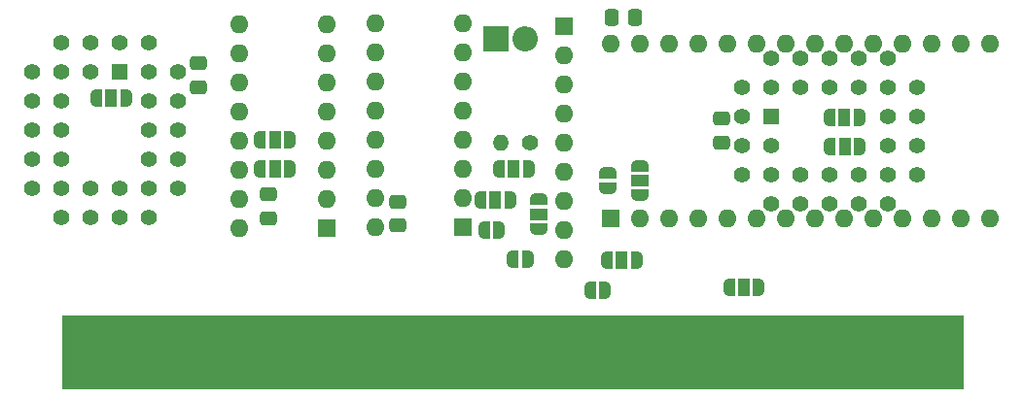
<source format=gbr>
%TF.GenerationSoftware,KiCad,Pcbnew,7.0.6*%
%TF.CreationDate,2023-08-28T12:52:08+01:00*%
%TF.ProjectId,FamiCartFlex,46616d69-4361-4727-9446-6c65782e6b69,rev?*%
%TF.SameCoordinates,Original*%
%TF.FileFunction,Soldermask,Bot*%
%TF.FilePolarity,Negative*%
%FSLAX46Y46*%
G04 Gerber Fmt 4.6, Leading zero omitted, Abs format (unit mm)*
G04 Created by KiCad (PCBNEW 7.0.6) date 2023-08-28 12:52:08*
%MOMM*%
%LPD*%
G01*
G04 APERTURE LIST*
G04 Aperture macros list*
%AMRoundRect*
0 Rectangle with rounded corners*
0 $1 Rounding radius*
0 $2 $3 $4 $5 $6 $7 $8 $9 X,Y pos of 4 corners*
0 Add a 4 corners polygon primitive as box body*
4,1,4,$2,$3,$4,$5,$6,$7,$8,$9,$2,$3,0*
0 Add four circle primitives for the rounded corners*
1,1,$1+$1,$2,$3*
1,1,$1+$1,$4,$5*
1,1,$1+$1,$6,$7*
1,1,$1+$1,$8,$9*
0 Add four rect primitives between the rounded corners*
20,1,$1+$1,$2,$3,$4,$5,0*
20,1,$1+$1,$4,$5,$6,$7,0*
20,1,$1+$1,$6,$7,$8,$9,0*
20,1,$1+$1,$8,$9,$2,$3,0*%
%AMFreePoly0*
4,1,19,0.500000,-0.750000,0.000000,-0.750000,0.000000,-0.744911,-0.071157,-0.744911,-0.207708,-0.704816,-0.327430,-0.627875,-0.420627,-0.520320,-0.479746,-0.390866,-0.500000,-0.250000,-0.500000,0.250000,-0.479746,0.390866,-0.420627,0.520320,-0.327430,0.627875,-0.207708,0.704816,-0.071157,0.744911,0.000000,0.744911,0.000000,0.750000,0.500000,0.750000,0.500000,-0.750000,0.500000,-0.750000,
$1*%
%AMFreePoly1*
4,1,19,0.000000,0.744911,0.071157,0.744911,0.207708,0.704816,0.327430,0.627875,0.420627,0.520320,0.479746,0.390866,0.500000,0.250000,0.500000,-0.250000,0.479746,-0.390866,0.420627,-0.520320,0.327430,-0.627875,0.207708,-0.704816,0.071157,-0.744911,0.000000,-0.744911,0.000000,-0.750000,-0.500000,-0.750000,-0.500000,0.750000,0.000000,0.750000,0.000000,0.744911,0.000000,0.744911,
$1*%
%AMFreePoly2*
4,1,19,0.550000,-0.750000,0.000000,-0.750000,0.000000,-0.744911,-0.071157,-0.744911,-0.207708,-0.704816,-0.327430,-0.627875,-0.420627,-0.520320,-0.479746,-0.390866,-0.500000,-0.250000,-0.500000,0.250000,-0.479746,0.390866,-0.420627,0.520320,-0.327430,0.627875,-0.207708,0.704816,-0.071157,0.744911,0.000000,0.744911,0.000000,0.750000,0.550000,0.750000,0.550000,-0.750000,0.550000,-0.750000,
$1*%
%AMFreePoly3*
4,1,19,0.000000,0.744911,0.071157,0.744911,0.207708,0.704816,0.327430,0.627875,0.420627,0.520320,0.479746,0.390866,0.500000,0.250000,0.500000,-0.250000,0.479746,-0.390866,0.420627,-0.520320,0.327430,-0.627875,0.207708,-0.704816,0.071157,-0.744911,0.000000,-0.744911,0.000000,-0.750000,-0.550000,-0.750000,-0.550000,0.750000,0.000000,0.750000,0.000000,0.744911,0.000000,0.744911,
$1*%
G04 Aperture macros list end*
%ADD10C,0.100000*%
%ADD11C,1.400000*%
%ADD12O,1.400000X1.400000*%
%ADD13O,2.200000X2.200000*%
%ADD14R,2.200000X2.200000*%
%ADD15R,1.600000X1.600000*%
%ADD16O,1.600000X1.600000*%
%ADD17R,1.422400X1.422400*%
%ADD18C,1.422400*%
%ADD19FreePoly0,0.000000*%
%ADD20FreePoly1,0.000000*%
%ADD21RoundRect,0.250000X0.475000X-0.337500X0.475000X0.337500X-0.475000X0.337500X-0.475000X-0.337500X0*%
%ADD22FreePoly2,180.000000*%
%ADD23R,1.000000X1.500000*%
%ADD24FreePoly3,180.000000*%
%ADD25RoundRect,0.250000X-0.337500X-0.475000X0.337500X-0.475000X0.337500X0.475000X-0.337500X0.475000X0*%
%ADD26FreePoly2,270.000000*%
%ADD27R,1.500000X1.000000*%
%ADD28FreePoly3,270.000000*%
%ADD29FreePoly2,0.000000*%
%ADD30FreePoly3,0.000000*%
%ADD31RoundRect,0.250000X-0.475000X0.337500X-0.475000X-0.337500X0.475000X-0.337500X0.475000X0.337500X0*%
%ADD32FreePoly0,90.000000*%
%ADD33FreePoly1,90.000000*%
G04 APERTURE END LIST*
D10*
%TO.C,H1*%
X35800000Y-85100000D02*
X114200000Y-85100000D01*
X114200000Y-85100000D02*
X114200000Y-91400000D01*
X114200000Y-91400000D02*
X35800000Y-91400000D01*
X35800000Y-91400000D02*
X35800000Y-85100000D01*
G36*
X35800000Y-85100000D02*
G01*
X114200000Y-85100000D01*
X114200000Y-91400000D01*
X35800000Y-91400000D01*
X35800000Y-85100000D01*
G37*
%TD*%
D11*
%TO.C,R1*%
X76490000Y-70020000D03*
D12*
X73950000Y-70020000D03*
%TD*%
D13*
%TO.C,D1*%
X76090000Y-60950000D03*
D14*
X73550000Y-60950000D03*
%TD*%
D15*
%TO.C,U4*%
X70650000Y-77400000D03*
D16*
X70650000Y-74860000D03*
X70650000Y-72320000D03*
X70650000Y-69780000D03*
X70650000Y-67240000D03*
X70650000Y-64700000D03*
X70650000Y-62160000D03*
X70650000Y-59620000D03*
X63030000Y-59620000D03*
X63030000Y-62160000D03*
X63030000Y-64700000D03*
X63030000Y-67240000D03*
X63030000Y-69780000D03*
X63030000Y-72320000D03*
X63030000Y-74860000D03*
X63030000Y-77400000D03*
%TD*%
D15*
%TO.C,U5*%
X83570000Y-76640000D03*
D16*
X86110000Y-76640000D03*
X88650000Y-76640000D03*
X91190000Y-76640000D03*
X93730000Y-76640000D03*
X96270000Y-76640000D03*
X98810000Y-76640000D03*
X101350000Y-76640000D03*
X103890000Y-76640000D03*
X106430000Y-76640000D03*
X108970000Y-76640000D03*
X111510000Y-76640000D03*
X114050000Y-76640000D03*
X116590000Y-76640000D03*
X116590000Y-61400000D03*
X114050000Y-61400000D03*
X111510000Y-61400000D03*
X108970000Y-61400000D03*
X106430000Y-61400000D03*
X103890000Y-61400000D03*
X101350000Y-61400000D03*
X98810000Y-61400000D03*
X96270000Y-61400000D03*
X93730000Y-61400000D03*
X91190000Y-61400000D03*
X88650000Y-61400000D03*
X86110000Y-61400000D03*
X83570000Y-61400000D03*
%TD*%
D17*
%TO.C,U1*%
X40820000Y-63800000D03*
D18*
X38280000Y-61260000D03*
X38280000Y-63800000D03*
X35740000Y-61260000D03*
X33200000Y-63800000D03*
X35740000Y-63800000D03*
X33200000Y-66340000D03*
X35740000Y-66340000D03*
X33200000Y-68880000D03*
X35740000Y-68880000D03*
X33200000Y-71420000D03*
X35740000Y-71420000D03*
X33200000Y-73960000D03*
X35740000Y-76500000D03*
X35740000Y-73960000D03*
X38280000Y-76500000D03*
X38280000Y-73960000D03*
X40820000Y-76500000D03*
X40820000Y-73960000D03*
X43360000Y-76500000D03*
X45900000Y-73960000D03*
X43360000Y-73960000D03*
X45900000Y-71420000D03*
X43360000Y-71420000D03*
X45900000Y-68880000D03*
X43360000Y-68880000D03*
X45900000Y-66340000D03*
X43360000Y-66340000D03*
X45900000Y-63800000D03*
X43360000Y-61260000D03*
X43360000Y-63800000D03*
X40820000Y-61260000D03*
%TD*%
D15*
%TO.C,RN1*%
X79450000Y-59850000D03*
D16*
X79450000Y-62390000D03*
X79450000Y-64930000D03*
X79450000Y-67470000D03*
X79450000Y-70010000D03*
X79450000Y-72550000D03*
X79450000Y-75090000D03*
X79450000Y-77630000D03*
X79450000Y-80170000D03*
%TD*%
D17*
%TO.C,U2*%
X97540000Y-67730000D03*
D18*
X95000000Y-70270000D03*
X97540000Y-70270000D03*
X95000000Y-72810000D03*
X97540000Y-75350000D03*
X97540000Y-72810000D03*
X100080000Y-75350000D03*
X100080000Y-72810000D03*
X102620000Y-75350000D03*
X102620000Y-72810000D03*
X105160000Y-75350000D03*
X105160000Y-72810000D03*
X107700000Y-75350000D03*
X110240000Y-72810000D03*
X107700000Y-72810000D03*
X110240000Y-70270000D03*
X107700000Y-70270000D03*
X110240000Y-67730000D03*
X107700000Y-67730000D03*
X110240000Y-65190000D03*
X107700000Y-62650000D03*
X107700000Y-65190000D03*
X105160000Y-62650000D03*
X105160000Y-65190000D03*
X102620000Y-62650000D03*
X102620000Y-65190000D03*
X100080000Y-62650000D03*
X100080000Y-65190000D03*
X97540000Y-62650000D03*
X95000000Y-65190000D03*
X97540000Y-65190000D03*
X95000000Y-67730000D03*
%TD*%
D15*
%TO.C,U3*%
X58850000Y-77500000D03*
D16*
X58850000Y-74960000D03*
X58850000Y-72420000D03*
X58850000Y-69880000D03*
X58850000Y-67340000D03*
X58850000Y-64800000D03*
X58850000Y-62260000D03*
X58850000Y-59720000D03*
X51230000Y-59720000D03*
X51230000Y-62260000D03*
X51230000Y-64800000D03*
X51230000Y-67340000D03*
X51230000Y-69880000D03*
X51230000Y-72420000D03*
X51230000Y-74960000D03*
X51230000Y-77500000D03*
%TD*%
D19*
%TO.C,J53*%
X75000000Y-80162400D03*
D20*
X76300000Y-80162400D03*
%TD*%
D21*
%TO.C,C3*%
X64973200Y-77237500D03*
X64973200Y-75162500D03*
%TD*%
D22*
%TO.C,JP7*%
X105206800Y-70358000D03*
D23*
X103906800Y-70358000D03*
D24*
X102606800Y-70358000D03*
%TD*%
D21*
%TO.C,C2*%
X53695600Y-76606400D03*
X53695600Y-74531400D03*
%TD*%
D25*
%TO.C,C4*%
X83616800Y-59080400D03*
X85691800Y-59080400D03*
%TD*%
D22*
%TO.C,JP2*%
X41330400Y-66151500D03*
D23*
X40030400Y-66151500D03*
D24*
X38730400Y-66151500D03*
%TD*%
D19*
%TO.C,JP1*%
X81750000Y-82850000D03*
D20*
X83050000Y-82850000D03*
%TD*%
D22*
%TO.C,JP12*%
X74800000Y-75000000D03*
D23*
X73500000Y-75000000D03*
D24*
X72200000Y-75000000D03*
%TD*%
D22*
%TO.C,JP8*%
X55605200Y-72298300D03*
D23*
X54305200Y-72298300D03*
D24*
X53005200Y-72298300D03*
%TD*%
D26*
%TO.C,JP5*%
X86115900Y-72004400D03*
D27*
X86115900Y-73304400D03*
D28*
X86115900Y-74604400D03*
%TD*%
D29*
%TO.C,JP6*%
X73800000Y-72300000D03*
D23*
X75100000Y-72300000D03*
D30*
X76400000Y-72300000D03*
%TD*%
D31*
%TO.C,C1*%
X47650400Y-63072100D03*
X47650400Y-65147100D03*
%TD*%
D22*
%TO.C,JP10*%
X85800000Y-80250000D03*
D23*
X84500000Y-80250000D03*
D24*
X83200000Y-80250000D03*
%TD*%
D31*
%TO.C,C5*%
X93218000Y-67927400D03*
X93218000Y-70002400D03*
%TD*%
D32*
%TO.C,J1*%
X83250000Y-73954400D03*
D33*
X83250000Y-72654400D03*
%TD*%
D19*
%TO.C,J52*%
X72500000Y-77622400D03*
D20*
X73800000Y-77622400D03*
%TD*%
D29*
%TO.C,JP3*%
X53005200Y-69748400D03*
D23*
X54305200Y-69748400D03*
D30*
X55605200Y-69748400D03*
%TD*%
D26*
%TO.C,JP11*%
X77250000Y-74950000D03*
D27*
X77250000Y-76250000D03*
D28*
X77250000Y-77550000D03*
%TD*%
D22*
%TO.C,JP9*%
X105186000Y-67818000D03*
D23*
X103886000Y-67818000D03*
D24*
X102586000Y-67818000D03*
%TD*%
D22*
%TO.C,JP4*%
X96427600Y-82600800D03*
D23*
X95127600Y-82600800D03*
D24*
X93827600Y-82600800D03*
%TD*%
M02*

</source>
